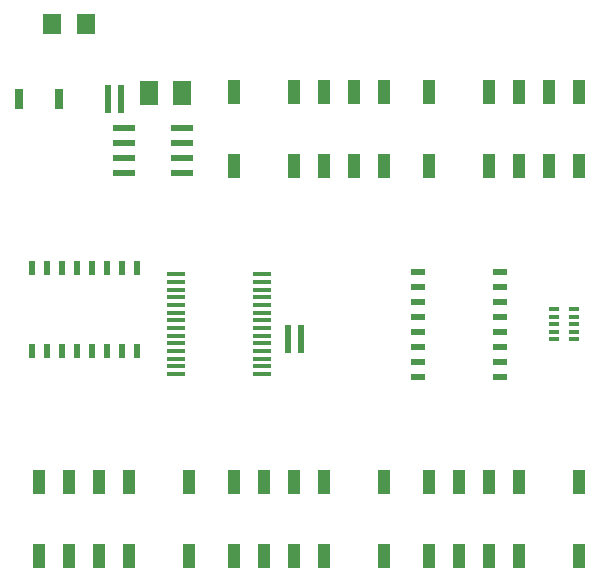
<source format=gtp>
G75*
%MOIN*%
%OFA0B0*%
%FSLAX25Y25*%
%IPPOS*%
%LPD*%
%AMOC8*
5,1,8,0,0,1.08239X$1,22.5*
%
%ADD10R,0.01969X0.09449*%
%ADD11R,0.03937X0.07874*%
%ADD12R,0.06299X0.07098*%
%ADD13R,0.06299X0.07874*%
%ADD14R,0.02362X0.04724*%
%ADD15R,0.04724X0.02362*%
%ADD16R,0.05906X0.01575*%
%ADD17R,0.07800X0.02200*%
%ADD18R,0.03543X0.01378*%
%ADD19R,0.03150X0.06693*%
D10*
X0102835Y0106000D03*
X0107165Y0106000D03*
X0047165Y0186000D03*
X0042835Y0186000D03*
D11*
X0020000Y0033618D03*
X0030000Y0033618D03*
X0040000Y0033618D03*
X0050000Y0033618D03*
X0070000Y0033618D03*
X0085000Y0033618D03*
X0095000Y0033618D03*
X0105000Y0033618D03*
X0115000Y0033618D03*
X0135000Y0033618D03*
X0150000Y0033618D03*
X0160000Y0033618D03*
X0170000Y0033618D03*
X0180000Y0033618D03*
X0200000Y0033618D03*
X0200000Y0058382D03*
X0180000Y0058382D03*
X0170000Y0058382D03*
X0160000Y0058382D03*
X0150000Y0058382D03*
X0135000Y0058382D03*
X0115000Y0058382D03*
X0105000Y0058382D03*
X0095000Y0058382D03*
X0085000Y0058382D03*
X0070000Y0058382D03*
X0050000Y0058382D03*
X0040000Y0058382D03*
X0030000Y0058382D03*
X0020000Y0058382D03*
X0085000Y0163618D03*
X0105000Y0163618D03*
X0115000Y0163618D03*
X0125000Y0163618D03*
X0135000Y0163618D03*
X0150000Y0163618D03*
X0170000Y0163618D03*
X0180000Y0163618D03*
X0190000Y0163618D03*
X0200000Y0163618D03*
X0200000Y0188382D03*
X0190000Y0188382D03*
X0180000Y0188382D03*
X0170000Y0188382D03*
X0150000Y0188382D03*
X0135000Y0188382D03*
X0125000Y0188382D03*
X0115000Y0188382D03*
X0105000Y0188382D03*
X0085000Y0188382D03*
D12*
X0035598Y0211000D03*
X0024402Y0211000D03*
D13*
X0056488Y0188000D03*
X0067512Y0188000D03*
D14*
X0052500Y0129780D03*
X0047500Y0129780D03*
X0042500Y0129780D03*
X0037500Y0129780D03*
X0032500Y0129780D03*
X0027500Y0129780D03*
X0022500Y0129780D03*
X0017500Y0129780D03*
X0017500Y0102220D03*
X0022500Y0102220D03*
X0027500Y0102220D03*
X0032500Y0102220D03*
X0037500Y0102220D03*
X0042500Y0102220D03*
X0047500Y0102220D03*
X0052500Y0102220D03*
D15*
X0146220Y0103500D03*
X0146220Y0098500D03*
X0146220Y0093500D03*
X0146220Y0108500D03*
X0146220Y0113500D03*
X0146220Y0118500D03*
X0146220Y0123500D03*
X0146220Y0128500D03*
X0173780Y0128500D03*
X0173780Y0123500D03*
X0173780Y0118500D03*
X0173780Y0113500D03*
X0173780Y0108500D03*
X0173780Y0103500D03*
X0173780Y0098500D03*
X0173780Y0093500D03*
D16*
X0094272Y0094366D03*
X0094272Y0096925D03*
X0094272Y0099484D03*
X0094272Y0102043D03*
X0094272Y0104602D03*
X0094272Y0107161D03*
X0094272Y0109720D03*
X0094272Y0112280D03*
X0094272Y0114839D03*
X0094272Y0117398D03*
X0094272Y0119957D03*
X0094272Y0122516D03*
X0094272Y0125075D03*
X0094272Y0127634D03*
X0065728Y0127634D03*
X0065728Y0125075D03*
X0065728Y0122516D03*
X0065728Y0119957D03*
X0065728Y0117398D03*
X0065728Y0114839D03*
X0065728Y0112280D03*
X0065728Y0109720D03*
X0065728Y0107161D03*
X0065728Y0104602D03*
X0065728Y0102043D03*
X0065728Y0099484D03*
X0065728Y0096925D03*
X0065728Y0094366D03*
D17*
X0067700Y0161500D03*
X0067700Y0166500D03*
X0067700Y0171500D03*
X0067700Y0176500D03*
X0048300Y0176500D03*
X0048300Y0171500D03*
X0048300Y0166500D03*
X0048300Y0161500D03*
D18*
X0191654Y0116039D03*
X0191654Y0113520D03*
X0191654Y0111000D03*
X0191654Y0108480D03*
X0191654Y0105961D03*
X0198346Y0105961D03*
X0198346Y0108480D03*
X0198346Y0111000D03*
X0198346Y0113520D03*
X0198346Y0116039D03*
D19*
X0026693Y0186000D03*
X0013307Y0186000D03*
M02*

</source>
